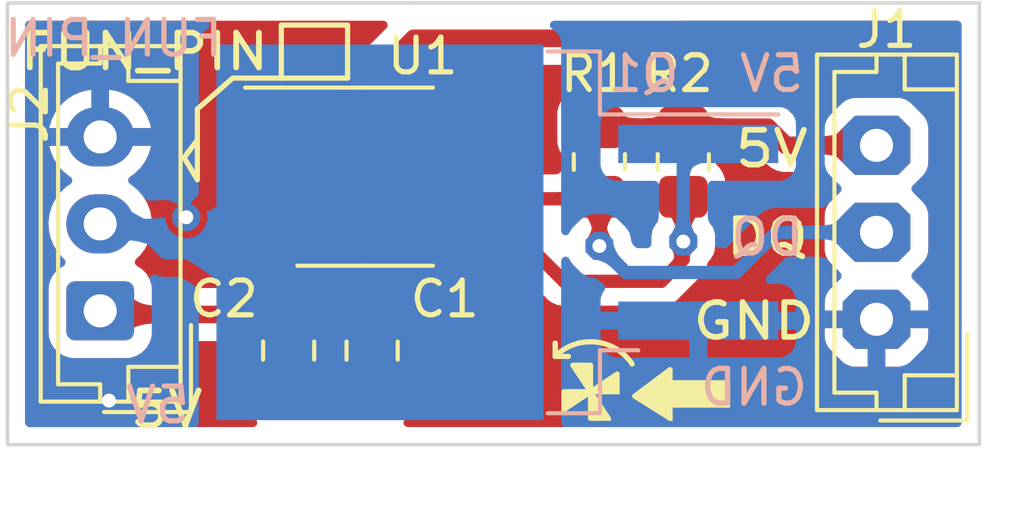
<source format=kicad_pcb>
(kicad_pcb (version 20211014) (generator pcbnew)
  (layers (0 "F.Cu" signal) (31 "B.Cu" signal) (34 "B.Paste" user) (35 "F.Paste" user) (36 "B.SilkS" user "B.Silkscreen") (37 "F.SilkS" user "F.Silkscreen") (38 "B.Mask" user) (39 "F.Mask" user) (44 "Edge.Cuts" user))
  (net 0 "")
  (net 1 "+5V")
  (net 2 "GND")
  (net 3 "WIRE_PIN")
  (net 6 "UART_TxD")
  (net 7 "UART_RxD")
  (net 8 "Net-(Q1-Pad2)")
  (net 9 "FAN_PIN")
  (footprint "Resistor_SMD:R_0805_2012Metric_Pad1.20x1.40mm_HandSolder" (layer "F.Cu") (at 149.733 85.979 90)
    (fp_text reference "R1" (at 2.54 -0.127) (layer "F.SilkS"))
    (fp_text value "4.7K")
    (pad "1" smd roundrect (at -1 0 90) (size 1.2 1.4) (layers "F.Cu" "F.Paste" "F.Mask") (roundrect_rratio 0.208333) (net 3 "WIRE_PIN"))
    (pad "2" smd roundrect (at 1 0 90) (size 1.2 1.4) (layers "F.Cu" "F.Paste" "F.Mask") (roundrect_rratio 0.208333) (net 1 "+5V"))
  )
  (footprint "Capacitor_SMD:C_0805_2012Metric_Pad1.18x1.45mm_HandSolder" (layer "F.Cu") (at 140.8 91.4 -90)
    (fp_text reference "C2" (at -1.484 1.862) (layer "F.SilkS"))
    (fp_text value "104")
    (pad "1" smd roundrect (at -1.0375 0 270) (size 1.175 1.45) (layers "F.Cu" "F.Paste" "F.Mask") (roundrect_rratio 0.212766) (net 1 "+5V"))
    (pad "2" smd roundrect (at 1.0375 0 270) (size 1.175 1.45) (layers "F.Cu" "F.Paste" "F.Mask") (roundrect_rratio 0.212766) (net 2 "GND"))
  )
  (footprint "Connector_JST:JST_EH_B3B-EH-A_1x03_P2.50mm_Vertical" (layer "F.Cu") (at 157.7 90.5 90)
    (fp_text reference "J1" (at 8.331 0.288 180) (layer "F.SilkS"))
    (fp_text value "Conn_01x03")
    (pad "1" thru_hole custom (at 0 0 90) (size 0.950002 0.950002) (drill 0.95) (layers *.Cu *.Mask) (net 2 "GND") (options (clearance convexhull) (anchor rect)) (primitives (gr_poly (pts (xy 0.8 0.602208) (xy 0.477208 0.925) (xy -0.477208 0.925) (xy -0.8 0.602208) (xy -0.8 -0.602208) (xy -0.477208 -0.925) (xy 0.477208 -0.925) (xy 0.8 -0.602208)) (width 0.1) (fill yes))))
    (pad "2" thru_hole custom (at 2.5 0 90) (size 0.950002 0.950002) (drill 0.95) (layers *.Cu *.Mask) (net 3 "WIRE_PIN") (options (clearance convexhull) (anchor rect)) (primitives (gr_poly (pts (xy 0.8 0.602208) (xy 0.477208 0.925) (xy -0.477208 0.925) (xy -0.8 0.602208) (xy -0.8 -0.602208) (xy -0.477208 -0.925) (xy 0.477208 -0.925) (xy 0.8 -0.602208)) (width 0.1) (fill yes))))
    (pad "3" thru_hole custom (at 5 0 90) (size 0.950002 0.950002) (drill 0.95) (layers *.Cu *.Mask) (net 1 "+5V") (options (clearance convexhull) (anchor rect)) (primitives (gr_poly (pts (xy 0.8 0.602208) (xy 0.477208 0.925) (xy -0.477208 0.925) (xy -0.8 0.602208) (xy -0.8 -0.602208) (xy -0.477208 -0.925) (xy 0.477208 -0.925) (xy 0.8 -0.602208)) (width 0.1) (fill yes))))
  )
  (footprint "Capacitor_SMD:C_0805_2012Metric_Pad1.18x1.45mm_HandSolder" (layer "F.Cu") (at 143.2 91.4 -90)
    (fp_text reference "C1" (at -1.484 -2.088 180) (layer "F.SilkS"))
    (fp_text value "104")
    (pad "1" smd roundrect (at -1.0375 0 270) (size 1.175 1.45) (layers "F.Cu" "F.Paste" "F.Mask") (roundrect_rratio 0.212766) (net 1 "+5V"))
    (pad "2" smd roundrect (at 1.0375 0 270) (size 1.175 1.45) (layers "F.Cu" "F.Paste" "F.Mask") (roundrect_rratio 0.212766) (net 2 "GND"))
  )
  (footprint "Resistor_SMD:R_0805_2012Metric_Pad1.20x1.40mm_HandSolder" (layer "F.Cu") (at 152.146 85.979 -90)
    (fp_text reference "R2" (at -2.54 0.127) (layer "F.SilkS"))
    (fp_text value "10K")
    (pad "1" smd roundrect (at -1 0 270) (size 1.2 1.4) (layers "F.Cu" "F.Paste" "F.Mask") (roundrect_rratio 0.208333) (net 1 "+5V"))
    (pad "2" smd roundrect (at 1 0 270) (size 1.2 1.4) (layers "F.Cu" "F.Paste" "F.Mask") (roundrect_rratio 0.208333) (net 9 "FAN_PIN"))
  )
  (footprint "Connector_JST:JST_EH_B3B-EH-A_1x03_P2.50mm_Vertical" (layer "F.Cu") (at 135.382 90.257 90)
    (fp_text reference "J2" (at 5.675 -2.032 270) (layer "F.SilkS"))
    (fp_text value "Conn_01x03")
    (pad "1" thru_hole roundrect (at 0 0 90) (size 1.7 1.95) (drill 0.95) (layers *.Cu *.Mask) (roundrect_rratio 0.147059) (net 1 "+5V"))
    (pad "2" thru_hole oval (at 2.5 0 90) (size 1.7 1.95) (drill 0.95) (layers *.Cu *.Mask) (net 8 "Net-(Q1-Pad2)"))
    (pad "3" thru_hole oval (at 5 0 90) (size 1.7 1.95) (drill 0.95) (layers *.Cu *.Mask) (net 2 "GND"))
  )
  (footprint "Package_SO:SOP-8_3.9x4.9mm_P1.27mm" (layer "F.Cu") (at 143 86.4)
    (fp_text reference "U1" (at 1.653 -3.469) (layer "F.SilkS"))
    (fp_text value "STC8G1K08A")
    (pad "1" smd roundrect (at -2.625 -1.905) (size 1.65 0.6) (layers "F.Cu" "F.Paste" "F.Mask"))
    (pad "2" smd roundrect (at -2.625 -0.635) (size 1.65 0.6) (layers "F.Cu" "F.Paste" "F.Mask") (net 1 "+5V"))
    (pad "3" smd roundrect (at -2.625 0.635) (size 1.65 0.6) (layers "F.Cu" "F.Paste" "F.Mask"))
    (pad "4" smd roundrect (at -2.625 1.905) (size 1.65 0.6) (layers "F.Cu" "F.Paste" "F.Mask") (net 2 "GND"))
    (pad "5" smd roundrect (at 2.625 1.905) (size 1.65 0.6) (layers "F.Cu" "F.Paste" "F.Mask") (net 9 "FAN_PIN"))
    (pad "6" smd roundrect (at 2.625 0.635) (size 1.65 0.6) (layers "F.Cu" "F.Paste" "F.Mask") (net 3 "WIRE_PIN"))
    (pad "7" smd roundrect (at 2.625 -0.635) (size 1.65 0.6) (layers "F.Cu" "F.Paste" "F.Mask") (net 6 "UART_TxD"))
    (pad "8" smd roundrect (at 2.625 -1.905) (size 1.65 0.6) (layers "F.Cu" "F.Paste" "F.Mask") (net 7 "UART_RxD"))
  )
  (footprint "Package_TO_SOT_SMD:TO-263-2" (layer "B.Cu") (at 146.8 88 180)
    (fp_text reference "Q1" (at -4.203 4.561) (layer "B.SilkS") (effects (justify mirror)))
    (fp_text value "IRF540N")
    (pad "1" smd rect (at -5.775 2.54 180) (size 4.6 1.1) (layers "B.Cu" "B.Paste" "B.Mask") (net 9 "FAN_PIN"))
    (pad "2" smd rect (at 3.375 0 180) (size 9.4 10.8) (layers "B.Cu" "B.Mask") (net 8 "Net-(Q1-Pad2)"))
    (pad "3" smd rect (at -5.775 -2.54 180) (size 4.6 1.1) (layers "B.Cu" "B.Paste" "B.Mask") (net 2 "GND"))
  )
  (gr_line (start 137.795 85.852) (end 138.176 85.344) (layer "F.SilkS") (width 0.15))
  (gr_rect (start 151.765 92.329) (end 153.416 92.964) (layer "F.SilkS") (width 0.15) (fill none))
  (gr_arc (start 148.463001 91.567001) (mid 149.620583 91.153153) (end 150.674523 91.785985) (layer "F.SilkS") (width 0.15))
  (gr_line (start 148.463001 91.567001) (end 148.463 91.186) (layer "F.SilkS") (width 0.15))
  (gr_poly (pts (xy 149.479 92.583) (xy 150.241 92.075) (xy 150.241 92.583)) (layer "F.SilkS") (width 0.15) (fill solid))
  (gr_line (start 138.176 86.487) (end 137.795 85.852) (layer "F.SilkS") (width 0.15))
  (gr_poly (pts (xy 149.479 92.583) (xy 148.717 93.091) (xy 148.717 92.583)) (layer "F.SilkS") (width 0.15) (fill solid))
  (gr_line (start 148.844 91.567001) (end 148.463001 91.567001) (layer "F.SilkS") (width 0.15))
  (gr_line (start 140.589 83.566) (end 140.589 82.042) (layer "F.SilkS") (width 0.15))
  (gr_line (start 140.589 83.566) (end 139.192 83.566) (layer "F.SilkS") (width 0.15))
  (gr_poly (pts (xy 149.479 92.583) (xy 148.971 91.821) (xy 149.479 91.821)) (layer "F.SilkS") (width 0.15) (fill solid))
  (gr_line (start 140.589 82.042) (end 140.716 82.042) (layer "F.SilkS") (width 0.15))
  (gr_poly (pts (xy 149.479 92.583) (xy 149.987 93.345) (xy 149.479 93.345)) (layer "F.SilkS") (width 0.15) (fill solid))
  (gr_line (start 142.494 82.042) (end 142.494 83.566) (layer "F.SilkS") (width 0.15))
  (gr_line (start 139.192 83.566) (end 138.176 84.455) (layer "F.SilkS") (width 0.15))
  (gr_line (start 138.176 84.455) (end 138.176 86.487) (layer "F.SilkS") (width 0.15))
  (gr_poly (pts (xy 151.765 93.345) (xy 150.749 92.71) (xy 151.765 91.948)) (layer "F.SilkS") (width 0.15) (fill solid))
  (gr_line (start 140.716 82.042) (end 142.494 82.042) (layer "F.SilkS") (width 0.15))
  (gr_poly (pts (xy 153.416 92.964) (xy 151.765 92.964) (xy 151.765 92.329) (xy 153.416 92.329)) (layer "F.SilkS") (width 0.15) (fill solid))
  (gr_line (start 142.494 83.566) (end 140.589 83.566) (layer "F.SilkS") (width 0.15))
  (gr_line (start 148.463 91.186) (end 148.463001 91.567001) (layer "F.SilkS") (width 0.15))
  (gr_line (start 132.715 94.107) (end 132.715 81.407) (layer "Edge.Cuts") (width 0.1))
  (gr_line (start 132.715 81.407) (end 144.399 81.407) (layer "Edge.Cuts") (width 0.1))
  (gr_line (start 160.655 94.107) (end 152.527 94.107) (layer "Edge.Cuts") (width 0.1))
  (gr_line (start 160.655 81.407) (end 160.655 94.107) (layer "Edge.Cuts") (width 0.1))
  (gr_line (start 144.399 81.407) (end 160.655 81.407) (layer "Edge.Cuts") (width 0.1))
  (gr_line (start 152.527 94.107) (end 134.747 94.107) (layer "Edge.Cuts") (width 0.1))
  (gr_line (start 134.747 94.107) (end 132.715 94.107) (layer "Edge.Cuts") (width 0.1))
  (gr_text "5V" (at 154.686 83.439) (layer "B.SilkS") (effects (font (size 1 1)) (justify mirror)))
  (gr_text "DQ" (at 154.559 88.138) (layer "B.SilkS") (effects (font (size 1 1)) (justify mirror)))
  (gr_text "GND" (at 154.178 92.456) (layer "B.SilkS") (effects (font (size 1 1)) (justify mirror)))
  (gr_text "5V" (at 137.033 92.964) (layer "B.SilkS") (effects (font (size 1 1)) (justify mirror)))
  (gr_text "FUN_PIN" (at 135.763 82.423) (layer "B.SilkS") (effects (font (size 1 1)) (justify mirror)))
  (gr_text "FUN_PIN" (at 136.652 82.804) (layer "F.SilkS") (effects (font (size 1 1.143) (thickness 0.1651))))
  (gr_text "DQ" (at 154.559 88.138) (layer "F.SilkS") (effects (font (size 1 1.143) (thickness 0.1651))))
  (gr_text "GND" (at 154.178 90.551) (layer "F.SilkS") (effects (font (size 1 1.143) (thickness 0.1651))))
  (gr_text "5V" (at 154.686 85.598) (layer "F.SilkS") (effects (font (size 1 1.143) (thickness 0.1651))))
  (gr_text "5V" (at 137.287 93.091) (layer "F.SilkS") (effects (font (size 1 1.143) (thickness 0.1651))))
  (segment (start 152.146 84.979) (end 154.575 84.979) (width 0.508) (layer "F.Cu") (net 1))
  (segment (start 140.415 85.725) (end 143.2 85.725) (width 0.508) (layer "F.Cu") (net 1))
  (segment (start 140.8 90.3625) (end 140.7625 90.4) (width 0.25) (layer "F.Cu") (net 1))
  (segment (start 140.375 85.765) (end 140.415 85.725) (width 0.508) (layer "F.Cu") (net 1))
  (segment (start 155.096 85.5) (end 157.7 85.5) (width 0.508) (layer "F.Cu") (net 1))
  (segment (start 138.7495 90.3625) (end 140.8 90.3625) (width 0.508) (layer "F.Cu") (net 1))
  (segment (start 140.8 90.3625) (end 135.3575 90.3625) (width 0.508) (layer "F.Cu") (net 1))
  (segment (start 151.13 82.423) (end 152.146 83.439) (width 0.508) (layer "F.Cu") (net 1))
  (segment (start 140.6625 90.5) (end 140.8 90.3625) (width 0.25) (layer "F.Cu") (net 1))
  (segment (start 143.2 85.725) (end 143.2 83.622) (width 0.508) (layer "F.Cu") (net 1))
  (segment (start 140.8 90.3625) (end 143.2 90.3625) (width 0.381) (layer "F.Cu") (net 1))
  (segment (start 152.146 83.439) (end 152.146 84.979) (width 0.508) (layer "F.Cu") (net 1))
  (segment (start 143.1625 90.4) (end 143.2 90.3625) (width 0.508) (layer "F.Cu") (net 1))
  (segment (start 154.575 84.979) (end 155.096 85.5) (width 0.508) (layer "F.Cu") (net 1))
  (segment (start 144.399 82.423) (end 151.13 82.423) (width 0.508) (layer "F.Cu") (net 1))
  (segment (start 135.3575 90.3625) (end 135.336 90.384) (width 0.508) (layer "F.Cu") (net 1))
  (segment (start 152.146 84.979) (end 149.733 84.979) (width 0.508) (layer "F.Cu") (net 1))
  (segment (start 140.7625 90.4) (end 143.1625 90.4) (width 0.508) (layer "F.Cu") (net 1))
  (segment (start 143.2 85.725) (end 143.2 90.3625) (width 0.508) (layer "F.Cu") (net 1))
  (segment (start 143.2 83.622) (end 144.399 82.423) (width 0.508) (layer "F.Cu") (net 1))
  (segment (start 137.8585 87.5665) (end 137.795 87.503) (width 0.508) (layer "F.Cu") (net 2))
  (segment (start 138.597 88.305) (end 137.8585 87.5665) (width 0.508) (layer "F.Cu") (net 2))
  (segment (start 136.0355 92.4375) (end 135.636 92.837) (width 0.762) (layer "F.Cu") (net 2))
  (segment (start 140.375 88.305) (end 138.597 88.305) (width 0.508) (layer "F.Cu") (net 2))
  (segment (start 143.2 92.4375) (end 136.0355 92.4375) (width 0.762) (layer "F.Cu") (net 2))
  (via (at 135.636 92.837) (size 0.8) (drill 0.4) (layers "F.Cu" "B.Cu") (net 2))
  (via (at 137.8585 87.5665) (size 0.8) (drill 0.4) (layers "F.Cu" "B.Cu") (net 2))
  (segment (start 149.677 87.035) (end 149.733 86.979) (width 0.381) (layer "F.Cu") (net 3))
  (segment (start 145.625 87.035) (end 149.677 87.035) (width 0.381) (layer "F.Cu") (net 3))
  (segment (start 149.733 86.979) (end 149.733 88.392) (width 0.381) (layer "F.Cu") (net 3))
  (via (at 149.733 88.392) (size 0.8) (drill 0.4) (layers "F.Cu" "B.Cu") (net 3))
  (segment (start 154.824 88) (end 157.7 88) (width 0.381) (layer "B.Cu") (net 3))
  (segment (start 150.495 89.154) (end 153.67 89.154) (width 0.381) (layer "B.Cu") (net 3))
  (segment (start 153.67 89.154) (end 154.824 88) (width 0.381) (layer "B.Cu") (net 3))
  (segment (start 149.733 88.392) (end 150.495 89.154) (width 0.381) (layer "B.Cu") (net 3))
  (segment (start 137.287 88.519) (end 142.906 88.519) (width 0.508) (layer "B.Cu") (net 8))
  (segment (start 142.906 88.519) (end 143.425 88) (width 0.508) (layer "B.Cu") (net 8))
  (segment (start 136.652 87.884) (end 137.287 88.519) (width 0.508) (layer "B.Cu") (net 8))
  (segment (start 135.336 87.884) (end 136.652 87.884) (width 0.508) (layer "B.Cu") (net 8))
  (segment (start 145.625 88.305) (end 147.614 88.305) (width 0.381) (layer "F.Cu") (net 9))
  (segment (start 152.146 88.773) (end 152.146 88.265) (width 0.381) (layer "F.Cu") (net 9))
  (segment (start 147.614 88.305) (end 148.717 89.408) (width 0.381) (layer "F.Cu") (net 9))
  (segment (start 151.511 89.408) (end 152.146 88.773) (width 0.381) (layer "F.Cu") (net 9))
  (segment (start 152.146 88.265) (end 152.146 86.979) (width 0.381) (layer "F.Cu") (net 9))
  (segment (start 148.717 89.408) (end 151.511 89.408) (width 0.381) (layer "F.Cu") (net 9))
  (via (at 152.146 88.265) (size 0.8) (drill 0.4) (layers "F.Cu" "B.Cu") (net 9))
  (segment (start 152.146 88.265) (end 152.146 85.889) (width 0.381) (layer "B.Cu") (net 9))
  (segment (start 152.146 85.889) (end 152.575 85.46) (width 0.381) (layer "B.Cu") (net 9))
  (zone (net 1) (net_name "+5V") (layer "F.Cu") (priority 16962) (connect_pads yes (clearance 0)) (min_thickness 0.0254) (fill yes (thermal_gap 0.508) (thermal_bridge_width 0.508))
    (polygon (pts (xy 141.93 90.146) (xy 141.807222 90.142693) (xy 141.702832 90.132941) (xy 141.613181 90.11699) (xy 141.534622 90.09509) (xy 141.463508 90.067489) (xy 141.396191 90.034435) (xy 141.329023 89.996178) (xy 141.258356 89.952965) (xy 141.180544 89.905046) (xy 141.091938 89.852669) (xy 140.50695 90.342244) (xy 141.019013 90.90765) (xy 141.119586 90.865261) (xy 141.20716 90.825509) (xy 141.285821 90.788823) (xy 141.359653 90.755633) (xy 141.432741 90.72637) (xy 141.509171 90.701463) (xy 141.593026 90.681343) (xy 141.688393 90.666439) (xy 141.799356 90.657181) (xy 141.93 90.654)))
  )
  (zone (net 9) (net_name "FAN_PIN") (layer "F.Cu") (priority 16962) (connect_pads yes (clearance 0)) (min_thickness 0.0254) (fill yes (thermal_gap 0.508) (thermal_bridge_width 0.508))
    (polygon (pts (xy 146.215 88.1145) (xy 146.149625 88.114265) (xy 146.092373 88.113311) (xy 146.041817 88.111266) (xy 145.996533 88.107755) (xy 145.955096 88.102405) (xy 145.916083 88.094842) (xy 145.878068 88.084694) (xy 145.839626 88.071586) (xy 145.799334 88.055146) (xy 145.755766 88.035) (xy 145.475 88.305) (xy 145.755766 88.575) (xy 145.799334 88.554853) (xy 145.839626 88.538413) (xy 145.878068 88.525305) (xy 145.916083 88.515157) (xy 145.955096 88.507594) (xy 145.996533 88.502244) (xy 146.041817 88.498733) (xy 146.092373 88.496688) (xy 146.149625 88.495734) (xy 146.215 88.4955)))
  )
  (zone (net 1) (net_name "+5V") (layer "F.Cu") (priority 16962) (connect_pads yes (clearance 0)) (min_thickness 0.0254) (fill yes (thermal_gap 0.508) (thermal_bridge_width 0.508))
    (polygon (pts (xy 141.9675 90.172) (xy 141.833926 90.167403) (xy 141.72184 90.154152) (xy 141.626719 90.133056) (xy 141.544042 90.104926) (xy 141.469287 90.07057) (xy 141.397932 90.030799) (xy 141.325456 89.986422) (xy 141.247337 89.938248) (xy 141.159054 89.887087) (xy 141.056085 89.83375) (xy 140.50625 90.3625) (xy 141.056085 90.89125) (xy 141.159054 90.837912) (xy 141.247337 90.786751) (xy 141.325456 90.738577) (xy 141.397932 90.6942) (xy 141.469287 90.654429) (xy 141.544042 90.620073) (xy 141.626719 90.591943) (xy 141.72184 90.570847) (xy 141.833926 90.557596) (xy 141.9675 90.553)))
  )
  (zone (net 2) (net_name "GND") (layer "F.Cu") (name "$oktizer$") (priority 16962) (connect_pads yes (clearance 0)) (min_thickness 0.1) (fill yes (thermal_gap 0.508) (thermal_bridge_width 0.508) (island_removal_mode 1) (island_area_min 0))
    (polygon (pts (xy 138.2585 87.9665) (xy 137.692814 87.9665) (xy 137.4585 87.732186) (xy 137.4585 87.400814) (xy 137.692814 87.1665) (xy 138.024186 87.1665) (xy 138.2585 87.400814)))
  )
  (zone (net 3) (net_name "WIRE_PIN") (layer "F.Cu") (priority 16962) (connect_pads yes (clearance 0)) (min_thickness 0.0254) (fill yes (thermal_gap 0.508) (thermal_bridge_width 0.508))
    (polygon (pts (xy 149.5425 87.602) (xy 149.540794 87.690545) (xy 149.535681 87.76631) (xy 149.527168 87.83184) (xy 149.515263 87.889678) (xy 149.499973 87.942369) (xy 149.481305 87.992456) (xy 149.459267 88.042483) (xy 149.433865 88.094994) (xy 149.405107 88.152533) (xy 149.373 88.217645) (xy 149.733 88.592) (xy 150.093 88.217645) (xy 150.060892 88.152533) (xy 150.032134 88.094994) (xy 150.006732 88.042483) (xy 149.984694 87.992456) (xy 149.966026 87.942369) (xy 149.950736 87.889678) (xy 149.938831 87.83184) (xy 149.930318 87.76631) (xy 149.925205 87.690545) (xy 149.9235 87.602)))
  )
  (zone (net 1) (net_name "+5V") (layer "F.Cu") (priority 16962) (connect_pads yes (clearance 0)) (min_thickness 0.0254) (fill yes (thermal_gap 0.508) (thermal_bridge_width 0.508))
    (polygon (pts (xy 150.956 85.233) (xy 151.090279 85.236282) (xy 151.2044 85.245942) (xy 151.302469 85.261697) (xy 151.388593 85.283266) (xy 151.466878 85.310367) (xy 151.541432 85.342719) (xy 151.616361 85.38004) (xy 151.695772 85.422048) (xy 151.783772 85.468462) (xy 151.884467 85.519) (xy 152.446 84.979) (xy 151.884467 84.439) (xy 151.783772 84.489537) (xy 151.695772 84.535951) (xy 151.616361 84.577959) (xy 151.541432 84.61528) (xy 151.466878 84.647632) (xy 151.388593 84.674733) (xy 151.302469 84.696302) (xy 151.2044 84.712057) (xy 151.090279 84.721717) (xy 150.956 84.725)))
  )
  (zone (net 3) (net_name "WIRE_PIN") (layer "F.Cu") (priority 16962) (connect_pads yes (clearance 0)) (min_thickness 0.0254) (fill yes (thermal_gap 0.508) (thermal_bridge_width 0.508))
    (polygon (pts (xy 149.9235 88.169) (xy 149.928303 88.032754) (xy 149.942132 87.91854) (xy 149.964114 87.821712) (xy 149.993377 87.737626) (xy 150.029049 87.661636) (xy 150.070256 87.589096) (xy 150.116127 87.515361) (xy 150.16579 87.435785) (xy 150.218371 87.345724) (xy 150.273 87.240533) (xy 149.733 86.679) (xy 149.193 87.240533) (xy 149.247628 87.345724) (xy 149.300209 87.435785) (xy 149.349872 87.515361) (xy 149.395743 87.589096) (xy 149.43695 87.661636) (xy 149.472622 87.737626) (xy 149.501885 87.821712) (xy 149.523867 87.91854) (xy 149.537696 88.032754) (xy 149.5425 88.169)))
  )
  (zone (net 2) (net_name "GND") (layers F&B.Cu) (connect_pads (clearance 0.508)) (min_thickness 0.254) (fill yes (thermal_gap 0.508) (thermal_bridge_width 0.508))
    (polygon (pts (xy 160.274 88.9) (xy 160.401 93.726) (xy 132.969 93.726) (xy 132.969 81.661) (xy 160.274 81.661)))
  )
  (zone (net 1) (net_name "+5V") (layer "F.Cu") (priority 16962) (connect_pads yes (clearance 0)) (min_thickness 0.0254) (fill yes (thermal_gap 0.508) (thermal_bridge_width 0.508))
    (polygon (pts (xy 142.025 90.654) (xy 142.161331 90.656928) (xy 142.277332 90.665533) (xy 142.377207 90.679546) (xy 142.465163 90.698698) (xy 142.545406 90.722722) (xy 142.622141 90.751347) (xy 142.699573 90.784304) (xy 142.78191 90.821326) (xy 142.873355 90.862144) (xy 142.978117 90.906488) (xy 143.493153 90.343789) (xy 142.910754 89.851137) (xy 142.817221 89.905398) (xy 142.734917 89.954503) (xy 142.660044 89.998319) (xy 142.588804 90.036716) (xy 142.5174 90.069565) (xy 142.442034 90.096733) (xy 142.358909 90.118091) (xy 142.264226 90.133509) (xy 142.154189 90.142855) (xy 142.025 90.146)))
  )
  (zone (net 1) (net_name "+5V") (layer "F.Cu") (priority 16962) (connect_pads yes (clearance 0)) (min_thickness 0.0254) (fill yes (thermal_gap 0.508) (thermal_bridge_width 0.508))
    (polygon (pts (xy 153.336 84.725) (xy 153.20172 84.721717) (xy 153.087599 84.712057) (xy 152.98953 84.696302) (xy 152.903406 84.674733) (xy 152.825121 84.647632) (xy 152.750567 84.61528) (xy 152.675638 84.577959) (xy 152.596227 84.535951) (xy 152.508227 84.489537) (xy 152.407533 84.439) (xy 151.846 84.979) (xy 152.407533 85.519) (xy 152.508227 85.468462) (xy 152.596227 85.422048) (xy 152.675638 85.38004) (xy 152.750567 85.342719) (xy 152.825121 85.310367) (xy 152.903406 85.283266) (xy 152.98953 85.261697) (xy 153.087599 85.245942) (xy 153.20172 85.236282) (xy 153.336 85.233)))
  )
  (zone (net 2) (net_name "GND") (layer "F.Cu") (priority 16962) (connect_pads yes (clearance 0)) (min_thickness 0.0254) (fill yes (thermal_gap 0.508) (thermal_bridge_width 0.508))
    (polygon (pts (xy 138.596718 87.945508) (xy 138.534966 87.883333) (xy 138.481571 87.828191) (xy 138.435541 87.778373) (xy 138.395886 87.73217) (xy 138.361615 87.687875) (xy 138.331738 87.643779) (xy 138.305262 87.598175) (xy 138.281199 87.549354) (xy 138.258557 87.495608) (xy 138.236346 87.43523) (xy 137.717079 87.425079) (xy 137.72723 87.944346) (xy 137.787608 87.966557) (xy 137.841354 87.989199) (xy 137.890175 88.013262) (xy 137.935779 88.039738) (xy 137.979875 88.069615) (xy 138.02417 88.103886) (xy 138.070373 88.143541) (xy 138.120191 88.189571) (xy 138.175333 88.242966) (xy 138.237508 88.304718)))
  )
  (zone (net 1) (net_name "+5V") (layer "F.Cu") (priority 16962) (connect_pads yes (clearance 0)) (min_thickness 0.0254) (fill yes (thermal_gap 0.508) (thermal_bridge_width 0.508))
    (polygon (pts (xy 151.892 83.789) (xy 151.888717 83.923279) (xy 151.879057 84.0374) (xy 151.863302 84.135469) (xy 151.841733 84.221593) (xy 151.814632 84.299878) (xy 151.78228 84.374432) (xy 151.744959 84.449361) (xy 151.702951 84.528772) (xy 151.656537 84.616772) (xy 151.606 84.717467) (xy 152.146 85.279) (xy 152.686 84.717467) (xy 152.635462 84.616772) (xy 152.589048 84.528772) (xy 152.54704 84.449361) (xy 152.509719 84.374432) (xy 152.477367 84.299878) (xy 152.450266 84.221593) (xy 152.428697 84.135469) (xy 152.412942 84.0374) (xy 152.403282 83.923279) (xy 152.4 83.789)))
  )
  (zone (net 1) (net_name "+5V") (layer "F.Cu") (priority 16962) (connect_pads yes (clearance 0)) (min_thickness 0.0254) (fill yes (thermal_gap 0.508) (thermal_bridge_width 0.508))
    (polygon (pts (xy 151.892 83.789) (xy 151.888717 83.923279) (xy 151.879057 84.0374) (xy 151.863302 84.135469) (xy 151.841733 84.221593) (xy 151.814632 84.299878) (xy 151.78228 84.374432) (xy 151.744959 84.449361) (xy 151.702951 84.528772) (xy 151.656537 84.616772) (xy 151.606 84.717467) (xy 152.146 85.279) (xy 152.686 84.717467) (xy 152.635462 84.616772) (xy 152.589048 84.528772) (xy 152.54704 84.449361) (xy 152.509719 84.374432) (xy 152.477367 84.299878) (xy 152.450266 84.221593) (xy 152.428697 84.135469) (xy 152.412942 84.0374) (xy 152.403282 83.923279) (xy 152.4 83.789)))
  )
  (zone (net 9) (net_name "FAN_PIN") (layer "F.Cu") (priority 16962) (connect_pads yes (clearance 0)) (min_thickness 0.0254) (fill yes (thermal_gap 0.508) (thermal_bridge_width 0.508))
    (polygon (pts (xy 152.3365 88.169) (xy 152.341303 88.032754) (xy 152.355132 87.91854) (xy 152.377114 87.821712) (xy 152.406377 87.737626) (xy 152.442049 87.661636) (xy 152.483256 87.589096) (xy 152.529127 87.515361) (xy 152.57879 87.435785) (xy 152.631371 87.345724) (xy 152.686 87.240533) (xy 152.146 86.679) (xy 151.606 87.240533) (xy 151.660628 87.345724) (xy 151.713209 87.435785) (xy 151.762872 87.515361) (xy 151.808743 87.589096) (xy 151.84995 87.661636) (xy 151.885622 87.737626) (xy 151.914885 87.821712) (xy 151.936867 87.91854) (xy 151.950696 88.032754) (xy 151.9555 88.169)))
  )
  (zone (net 1) (net_name "+5V") (layer "F.Cu") (priority 16962) (connect_pads yes (clearance 0)) (min_thickness 0.0254) (fill yes (thermal_gap 0.508) (thermal_bridge_width 0.508))
    (polygon (pts (xy 142.946 89.195) (xy 142.942921 89.32665) (xy 142.933834 89.438678) (xy 142.918957 89.535066) (xy 142.898512 89.619797) (xy 142.872719 89.696854) (xy 142.841799 89.770219) (xy 142.805971 89.843875) (xy 142.765457 89.921804) (xy 142.720476 90.00799) (xy 142.67125 90.106415) (xy 143.2 90.65625) (xy 143.72875 90.106415) (xy 143.679523 90.00799) (xy 143.634542 89.921804) (xy 143.594028 89.843875) (xy 143.5582 89.770219) (xy 143.52728 89.696854) (xy 143.501487 89.619797) (xy 143.481042 89.535066) (xy 143.466165 89.438678) (xy 143.457078 89.32665) (xy 143.454 89.195)))
  )
  (zone (net 3) (net_name "WIRE_PIN") (layer "F.Cu") (priority 16962) (connect_pads yes (clearance 0)) (min_thickness 0.0254) (fill yes (thermal_gap 0.508) (thermal_bridge_width 0.508))
    (polygon (pts (xy 148.527 87.2255) (xy 148.670451 87.230102) (xy 148.790911 87.243266) (xy 148.893342 87.264024) (xy 148.982703 87.29141) (xy 149.063958 87.324457) (xy 149.142066 87.362199) (xy 149.221989 87.403668) (xy 149.308689 87.447898) (xy 149.407127 87.493922) (xy 149.522265 87.540774) (xy 150.031727 86.951395) (xy 149.422887 86.465357) (xy 149.324575 86.528112) (xy 149.23994 86.587181) (xy 149.16458 86.641875) (xy 149.094092 86.691507) (xy 149.024075 86.73539) (xy 148.950127 86.772836) (xy 148.867848 86.803158) (xy 148.772834 86.825667) (xy 148.660686 86.839677) (xy 148.527 86.8445)))
  )
  (zone (net 1) (net_name "+5V") (layer "F.Cu") (priority 16962) (connect_pads yes (clearance 0)) (min_thickness 0.0254) (fill yes (thermal_gap 0.508) (thermal_bridge_width 0.508))
    (polygon (pts (xy 156.01 85.754) (xy 156.204126 85.761169) (xy 156.366495 85.78176) (xy 156.503833 85.814403) (xy 156.62287 85.857722) (xy 156.730332 85.910347) (xy 156.832947 85.970904) (xy 156.937443 86.03802) (xy 157.050547 86.110323) (xy 157.178988 86.186441) (xy 157.329494 86.265) (xy 158.125 85.5) (xy 157.329494 84.735) (xy 157.178988 84.813558) (xy 157.050547 84.889676) (xy 156.937443 84.961979) (xy 156.832947 85.029095) (xy 156.730332 85.089652) (xy 156.62287 85.142277) (xy 156.503833 85.185596) (xy 156.366495 85.218239) (xy 156.204126 85.23883) (xy 156.01 85.246)))
  )
  (zone (net 1) (net_name "+5V") (layer "F.Cu") (priority 16962) (connect_pads yes (clearance 0)) (min_thickness 0.0254) (fill yes (thermal_gap 0.508) (thermal_bridge_width 0.508))
    (polygon (pts (xy 141.9675 90.172) (xy 141.833926 90.167403) (xy 141.72184 90.154152) (xy 141.626719 90.133056) (xy 141.544042 90.104926) (xy 141.469287 90.07057) (xy 141.397932 90.030799) (xy 141.325456 89.986422) (xy 141.247337 89.938248) (xy 141.159054 89.887087) (xy 141.056085 89.83375) (xy 140.50625 90.3625) (xy 141.056085 90.89125) (xy 141.159054 90.837912) (xy 141.247337 90.786751) (xy 141.325456 90.738577) (xy 141.397932 90.6942) (xy 141.469287 90.654429) (xy 141.544042 90.620073) (xy 141.626719 90.591943) (xy 141.72184 90.570847) (xy 141.833926 90.557596) (xy 141.9675 90.553)))
  )
  (zone (net 9) (net_name "FAN_PIN") (layer "F.Cu") (name "$oktizer$") (priority 16962) (connect_pads yes (clearance 0)) (min_thickness 0.1) (fill yes (thermal_gap 0.508) (thermal_bridge_width 0.508) (island_removal_mode 1) (island_area_min 0))
    (polygon (pts (xy 152.546 88.430686) (xy 152.146 88.830686) (xy 151.746 88.430686) (xy 151.746 88.099314) (xy 152.146 87.699314) (xy 152.546 88.099314)))
  )
  (zone (net 1) (net_name "+5V") (layer "F.Cu") (priority 16962) (connect_pads yes (clearance 0)) (min_thickness 0.0254) (fill yes (thermal_gap 0.508) (thermal_bridge_width 0.508))
    (polygon (pts (xy 137.0475 90.1085) (xy 136.865715 90.101148) (xy 136.713888 90.07986) (xy 136.585933 90.045785) (xy 136.475766 90.000075) (xy 136.377303 89.943878) (xy 136.284459 89.878346) (xy 136.19115 89.804627) (xy 136.091293 89.723873) (xy 135.978801 89.637234) (xy 135.847593 89.545859) (xy 134.960513 90.202473) (xy 135.651295 91.063213) (xy 135.81544 91.002324) (xy 135.955021 90.940301) (xy 136.077206 90.87892) (xy 136.189162 90.819959) (xy 136.298057 90.765194) (xy 136.41106 90.716402) (xy 136.535337 90.67536) (xy 136.678058 90.643844) (xy 136.846389 90.623632) (xy 137.0475 90.6165)))
  )
  (zone (net 3) (net_name "WIRE_PIN") (layer "F.Cu") (priority 16962) (connect_pads yes (clearance 0)) (min_thickness 0.0254) (fill yes (thermal_gap 0.508) (thermal_bridge_width 0.508))
    (polygon (pts (xy 149.9235 88.169) (xy 149.928303 88.032754) (xy 149.942132 87.91854) (xy 149.964114 87.821712) (xy 149.993377 87.737626) (xy 150.029049 87.661636) (xy 150.070256 87.589096) (xy 150.116127 87.515361) (xy 150.16579 87.435785) (xy 150.218371 87.345724) (xy 150.273 87.240533) (xy 149.733 86.679) (xy 149.193 87.240533) (xy 149.247628 87.345724) (xy 149.300209 87.435785) (xy 149.349872 87.515361) (xy 149.395743 87.589096) (xy 149.43695 87.661636) (xy 149.472622 87.737626) (xy 149.501885 87.821712) (xy 149.523867 87.91854) (xy 149.537696 88.032754) (xy 149.5425 88.169)))
  )
  (zone (net 1) (net_name "+5V") (layer "F.Cu") (priority 16962) (connect_pads yes (clearance 0)) (min_thickness 0.0254) (fill yes (thermal_gap 0.508) (thermal_bridge_width 0.508))
    (polygon (pts (xy 156.754999 85.754) (xy 156.860536 85.755355) (xy 156.951586 85.759592) (xy 157.030935 85.766961) (xy 157.101372 85.777716) (xy 157.165684 85.792109) (xy 157.22666 85.810394) (xy 157.287086 85.832822) (xy 157.349752 85.859648) (xy 157.417444 85.891123) (xy 157.492952 85.9275) (xy 157.9375 85.5) (xy 157.492952 85.0725) (xy 157.417444 85.108876) (xy 157.349752 85.140351) (xy 157.287086 85.167177) (xy 157.22666 85.189605) (xy 157.165684 85.20789) (xy 157.101372 85.222283) (xy 157.030935 85.233038) (xy 156.951586 85.240407) (xy 156.860536 85.244644) (xy 156.754999 85.246)))
  )
  (zone (net 1) (net_name "+5V") (layer "F.Cu") (priority 16962) (connect_pads yes (clearance 0)) (min_thickness 0.0254) (fill yes (thermal_gap 0.508) (thermal_bridge_width 0.508))
    (polygon (pts (xy 150.923 84.725) (xy 150.78872 84.721717) (xy 150.674599 84.712057) (xy 150.57653 84.696302) (xy 150.490406 84.674733) (xy 150.412121 84.647632) (xy 150.337567 84.61528) (xy 150.262638 84.577959) (xy 150.183227 84.535951) (xy 150.095227 84.489537) (xy 149.994533 84.439) (xy 149.433 84.979) (xy 149.994533 85.519) (xy 150.095227 85.468462) (xy 150.183227 85.422048) (xy 150.262638 85.38004) (xy 150.337567 85.342719) (xy 150.412121 85.310367) (xy 150.490406 85.283266) (xy 150.57653 85.261697) (xy 150.674599 85.245942) (xy 150.78872 85.236282) (xy 150.923 85.233)))
  )
  (zone (net 1) (net_name "+5V") (layer "F.Cu") (priority 16962) (connect_pads yes (clearance 0)) (min_thickness 0.0254) (fill yes (thermal_gap 0.508) (thermal_bridge_width 0.508))
    (polygon (pts (xy 150.956 85.233) (xy 151.090279 85.236282) (xy 151.2044 85.245942) (xy 151.302469 85.261697) (xy 151.388593 85.283266) (xy 151.466878 85.310367) (xy 151.541432 85.342719) (xy 151.616361 85.38004) (xy 151.695772 85.422048) (xy 151.783772 85.468462) (xy 151.884467 85.519) (xy 152.446 84.979) (xy 151.884467 84.439) (xy 151.783772 84.489537) (xy 151.695772 84.535951) (xy 151.616361 84.577959) (xy 151.541432 84.61528) (xy 151.466878 84.647632) (xy 151.388593 84.674733) (xy 151.302469 84.696302) (xy 151.2044 84.712057) (xy 151.090279 84.721717) (xy 150.956 84.725)))
  )
  (zone (net 1) (net_name "+5V") (layer "F.Cu") (name "$oktizer$") (priority 16962) (connect_pads yes (clearance 0)) (min_thickness 0.1) (fill yes (thermal_gap 0.508) (thermal_bridge_width 0.508) (island_removal_mode 1) (island_area_min 0))
    (polygon (pts (xy 158.322919 84.65) (xy 158.675 85.002081) (xy 158.675 85.997919) (xy 158.322919 86.35) (xy 157.077081 86.35) (xy 156.227081 85.5) (xy 157.077081 84.65)))
  )
  (zone (net 9) (net_name "FAN_PIN") (layer "F.Cu") (priority 16962) (connect_pads yes (clearance 0)) (min_thickness 0.0254) (fill yes (thermal_gap 0.508) (thermal_bridge_width 0.508))
    (polygon (pts (xy 152.3365 88.169) (xy 152.341303 88.032754) (xy 152.355132 87.91854) (xy 152.377114 87.821712) (xy 152.406377 87.737626) (xy 152.442049 87.661636) (xy 152.483256 87.589096) (xy 152.529127 87.515361) (xy 152.57879 87.435785) (xy 152.631371 87.345724) (xy 152.686 87.240533) (xy 152.146 86.679) (xy 151.606 87.240533) (xy 151.660628 87.345724) (xy 151.713209 87.435785) (xy 151.762872 87.515361) (xy 151.808743 87.589096) (xy 151.84995 87.661636) (xy 151.885622 87.737626) (xy 151.914885 87.821712) (xy 151.936867 87.91854) (xy 151.950696 88.032754) (xy 151.9555 88.169)))
  )
  (zone (net 2) (net_name "GND") (layer "F.Cu") (priority 16962) (connect_pads yes (clearance 0)) (min_thickness 0.0254) (fill yes (thermal_gap 0.508) (thermal_bridge_width 0.508))
    (polygon (pts (xy 142.0325 92.8185) (xy 142.162175 92.818749) (xy 142.276024 92.820043) (xy 142.376769 92.823201) (xy 142.467136 92.829041) (xy 142.549847 92.838382) (xy 142.627628 92.852042) (xy 142.7032 92.87084) (xy 142.77929 92.895595) (xy 142.85862 92.927125) (xy 142.943915 92.96625) (xy 143.49375 92.4375) (xy 142.943915 91.90875) (xy 142.85862 91.947874) (xy 142.77929 91.979404) (xy 142.7032 92.004159) (xy 142.627628 92.022957) (xy 142.549847 92.036617) (xy 142.467136 92.045958) (xy 142.376769 92.051798) (xy 142.276024 92.054956) (xy 142.162175 92.05625) (xy 142.0325 92.0565)))
  )
  (zone (net 2) (net_name "GND") (layer "F.Cu") (name "$oktizer$") (priority 16962) (connect_pads yes (clearance 0)) (min_thickness 0.1) (fill yes (thermal_gap 0.508) (thermal_bridge_width 0.508) (island_removal_mode 1) (island_area_min 0))
    (polygon (pts (xy 138.2585 87.9665) (xy 137.692814 87.9665) (xy 137.4585 87.732186) (xy 137.4585 87.400814) (xy 137.692814 87.1665) (xy 138.024186 87.1665) (xy 138.2585 87.400814)))
  )
  (zone (net 2) (net_name "GND") (layer "F.Cu") (name "$oktizer$") (connect_pads yes (clearance 0)) (min_thickness 0.1) (fill yes (thermal_gap 0.508) (thermal_bridge_width 0.508) (island_removal_mode 1) (island_area_min 0))
    (polygon (pts (xy 136.036 93.002686) (xy 135.801686 93.237) (xy 135.470314 93.237) (xy 135.236 93.002686) (xy 135.236 92.671314) (xy 135.470314 92.437) (xy 136.036 92.437)))
  )
  (zone (net 1) (net_name "+5V") (layer "F.Cu") (priority 16962) (connect_pads yes (clearance 0)) (min_thickness 0.0254) (fill yes (thermal_gap 0.508) (thermal_bridge_width 0.508))
    (polygon (pts (xy 142.0325 90.553) (xy 142.166073 90.557596) (xy 142.278159 90.570847) (xy 142.37328 90.591943) (xy 142.455957 90.620073) (xy 142.530712 90.654429) (xy 142.602067 90.6942) (xy 142.674543 90.738577) (xy 142.752662 90.786751) (xy 142.840945 90.837912) (xy 142.943915 90.89125) (xy 143.49375 90.3625) (xy 142.943915 89.83375) (xy 142.840945 89.887087) (xy 142.752662 89.938248) (xy 142.674543 89.986422) (xy 142.602067 90.030799) (xy 142.530712 90.07057) (xy 142.455957 90.104926) (xy 142.37328 90.133056) (xy 142.278159 90.154152) (xy 142.166073 90.167403) (xy 142.0325 90.172)))
  )
  (zone (net 3) (net_name "WIRE_PIN") (layer "F.Cu") (priority 16962) (connect_pads yes (clearance 0)) (min_thickness 0.0254) (fill yes (thermal_gap 0.508) (thermal_bridge_width 0.508))
    (polygon (pts (xy 148.527 87.2255) (xy 148.670451 87.230102) (xy 148.790911 87.243266) (xy 148.893342 87.264024) (xy 148.982703 87.29141) (xy 149.063958 87.324457) (xy 149.142066 87.362199) (xy 149.221989 87.403668) (xy 149.308689 87.447898) (xy 149.407127 87.493922) (xy 149.522265 87.540774) (xy 150.031727 86.951395) (xy 149.422887 86.465357) (xy 149.324575 86.528112) (xy 149.23994 86.587181) (xy 149.16458 86.641875) (xy 149.094092 86.691507) (xy 149.024075 86.73539) (xy 148.950127 86.772836) (xy 148.867848 86.803158) (xy 148.772834 86.825667) (xy 148.660686 86.839677) (xy 148.527 86.8445)))
  )
  (zone (net 1) (net_name "+5V") (layer "F.Cu") (priority 16962) (connect_pads yes (clearance 0)) (min_thickness 0.0254) (fill yes (thermal_gap 0.508) (thermal_bridge_width 0.508))
    (polygon (pts (xy 142.025 90.654) (xy 142.161331 90.656928) (xy 142.277332 90.665533) (xy 142.377207 90.679546) (xy 142.465163 90.698698) (xy 142.545406 90.722722) (xy 142.622141 90.751347) (xy 142.699573 90.784304) (xy 142.78191 90.821326) (xy 142.873355 90.862144) (xy 142.978117 90.906488) (xy 143.493153 90.343789) (xy 142.910754 89.851137) (xy 142.817221 89.905398) (xy 142.734917 89.954503) (xy 142.660044 89.998319) (xy 142.588804 90.036716) (xy 142.5174 90.069565) (xy 142.442034 90.096733) (xy 142.358909 90.118091) (xy 142.264226 90.133509) (xy 142.154189 90.142855) (xy 142.025 90.146)))
  )
  (zone (net 1) (net_name "+5V") (layer "F.Cu") (priority 16962) (connect_pads yes (clearance 0)) (min_thickness 0.0254) (fill yes (thermal_gap 0.508) (thermal_bridge_width 0.508))
    (polygon (pts (xy 141.93 90.146) (xy 141.807222 90.142693) (xy 141.702832 90.132941) (xy 141.613181 90.11699) (xy 141.534622 90.09509) (xy 141.463508 90.067489) (xy 141.396191 90.034435) (xy 141.329023 89.996178) (xy 141.258356 89.952965) (xy 141.180544 89.905046) (xy 141.091938 89.852669) (xy 140.50695 90.342244) (xy 141.019013 90.90765) (xy 141.119586 90.865261) (xy 141.20716 90.825509) (xy 141.285821 90.788823) (xy 141.359653 90.755633) (xy 141.432741 90.72637) (xy 141.509171 90.701463) (xy 141.593026 90.681343) (xy 141.688393 90.666439) (xy 141.799356 90.657181) (xy 141.93 90.654)))
  )
  (zone (net 9) (net_name "FAN_PIN") (layer "F.Cu") (priority 16962) (connect_pads yes (clearance 0)) (min_thickness 0.0254) (fill yes (thermal_gap 0.508) (thermal_bridge_width 0.508))
    (polygon (pts (xy 152.074229 89.114179) (xy 152.136404 89.046075) (xy 152.183477 88.982911) (xy 152.218883 88.923791) (xy 152.246062 88.867818) (xy 152.26845 88.814095) (xy 152.289485 88.761725) (xy 152.312604 88.709812) (xy 152.341245 88.657458) (xy 152.378845 88.603767) (xy 152.428842 88.547842) (xy 152.146 88.065) (xy 151.786 88.439355) (xy 151.807791 88.482738) (xy 151.829213 88.524484) (xy 151.848745 88.564968) (xy 151.864866 88.604569) (xy 151.876056 88.643665) (xy 151.880794 88.682632) (xy 151.87756 88.721849) (xy 151.864834 88.761692) (xy 151.841094 88.80254) (xy 151.804821 88.844771)))
  )
  (zone (net 9) (net_name "FAN_PIN") (layer "F.Cu") (name "$oktizer$") (priority 16962) (connect_pads yes (clearance 0)) (min_thickness 0.1) (fill yes (thermal_gap 0.508) (thermal_bridge_width 0.508) (island_removal_mode 1) (island_area_min 0))
    (polygon (pts (xy 152.546 88.430686) (xy 152.146 88.830686) (xy 151.746 88.430686) (xy 151.746 88.099314) (xy 152.146 87.699314) (xy 152.546 88.099314)))
  )
  (zone (net 9) (net_name "FAN_PIN") (layer "F.Cu") (priority 16962) (connect_pads yes (clearance 0)) (min_thickness 0.0254) (fill yes (thermal_gap 0.508) (thermal_bridge_width 0.508))
    (polygon (pts (xy 151.9555 87.475) (xy 151.953794 87.563545) (xy 151.948681 87.63931) (xy 151.940168 87.70484) (xy 151.928263 87.762678) (xy 151.912973 87.815369) (xy 151.894305 87.865456) (xy 151.872267 87.915483) (xy 151.846865 87.967994) (xy 151.818107 88.025533) (xy 151.786 88.090645) (xy 152.146 88.465) (xy 152.506 88.090645) (xy 152.473892 88.025533) (xy 152.445134 87.967994) (xy 152.419732 87.915483) (xy 152.397694 87.865456) (xy 152.379026 87.815369) (xy 152.363736 87.762678) (xy 152.351831 87.70484) (xy 152.343318 87.63931) (xy 152.338205 87.563545) (xy 152.3365 87.475)))
  )
  (zone (net 3) (net_name "WIRE_PIN") (layer "F.Cu") (name "$oktizer$") (priority 16962) (connect_pads yes (clearance 0)) (min_thickness 0.1) (fill yes (thermal_gap 0.508) (thermal_bridge_width 0.508) (island_removal_mode 1) (island_area_min 0))
    (polygon (pts (xy 150.133 88.557686) (xy 149.898686 88.792) (xy 149.567314 88.792) (xy 149.333 88.557686) (xy 149.333 88.226314) (xy 149.733 87.826314) (xy 150.133 88.226314)))
  )
  (zone (net 1) (net_name "+5V") (layer "F.Cu") (priority 16962) (connect_pads yes (clearance 0)) (min_thickness 0.0254) (fill yes (thermal_gap 0.508) (thermal_bridge_width 0.508))
    (polygon (pts (xy 142.0325 90.553) (xy 142.166073 90.557596) (xy 142.278159 90.570847) (xy 142.37328 90.591943) (xy 142.455957 90.620073) (xy 142.530712 90.654429) (xy 142.602067 90.6942) (xy 142.674543 90.738577) (xy 142.752662 90.786751) (xy 142.840945 90.837912) (xy 142.943915 90.89125) (xy 143.49375 90.3625) (xy 142.943915 89.83375) (xy 142.840945 89.887087) (xy 142.752662 89.938248) (xy 142.674543 89.986422) (xy 142.602067 90.030799) (xy 142.530712 90.07057) (xy 142.455957 90.104926) (xy 142.37328 90.133056) (xy 142.278159 90.154152) (xy 142.166073 90.167403) (xy 142.0325 90.172)))
  )
  (zone (net 3) (net_name "WIRE_PIN") (layer "F.Cu") (priority 16962) (connect_pads yes (clearance 0)) (min_thickness 0.0254) (fill yes (thermal_gap 0.508) (thermal_bridge_width 0.508))
    (polygon (pts (xy 146.215 86.8445) (xy 146.149625 86.844265) (xy 146.092373 86.843311) (xy 146.041817 86.841266) (xy 145.996533 86.837755) (xy 145.955096 86.832405) (xy 145.916083 86.824842) (xy 145.878068 86.814694) (xy 145.839626 86.801586) (xy 145.799334 86.785146) (xy 145.755766 86.765) (xy 145.475 87.035) (xy 145.755766 87.305) (xy 145.799334 87.284853) (xy 145.839626 87.268413) (xy 145.878068 87.255305) (xy 145.916083 87.245157) (xy 145.955096 87.237594) (xy 145.996533 87.232244) (xy 146.041817 87.228733) (xy 146.092373 87.226688) (xy 146.149625 87.225734) (xy 146.215 87.2255)))
  )
  (zone (net 1) (net_name "+5V") (layer "F.Cu") (priority 16962) (connect_pads yes (clearance 0)) (min_thickness 0.0254) (fill yes (thermal_gap 0.508) (thermal_bridge_width 0.508))
    (polygon (pts (xy 153.336 84.725) (xy 153.20172 84.721717) (xy 153.087599 84.712057) (xy 152.98953 84.696302) (xy 152.903406 84.674733) (xy 152.825121 84.647632) (xy 152.750567 84.61528) (xy 152.675638 84.577959) (xy 152.596227 84.535951) (xy 152.508227 84.489537) (xy 152.407533 84.439) (xy 151.846 84.979) (xy 152.407533 85.519) (xy 152.508227 85.468462) (xy 152.596227 85.422048) (xy 152.675638 85.38004) (xy 152.750567 85.342719) (xy 152.825121 85.310367) (xy 152.903406 85.283266) (xy 152.98953 85.261697) (xy 153.087599 85.245942) (xy 153.20172 85.236282) (xy 153.336 85.233)))
  )
  (zone (net 3) (net_name "WIRE_PIN") (layer "F.Cu") (name "$oktizer$") (priority 16962) (connect_pads yes (clearance 0)) (min_thickness 0.1) (fill yes (thermal_gap 0.508) (thermal_bridge_width 0.508) (island_removal_mode 1) (island_area_min 0))
    (polygon (pts (xy 150.133 88.557686) (xy 149.898686 88.792) (xy 149.567314 88.792) (xy 149.333 88.557686) (xy 149.333 88.226314) (xy 149.733 87.826314) (xy 150.133 88.226314)))
  )
  (zone (net 1) (net_name "+5V") (layer "F.Cu") (priority 16962) (connect_pads yes (clearance 0)) (min_thickness 0.0254) (fill yes (thermal_gap 0.508) (thermal_bridge_width 0.508))
    (polygon (pts (xy 150.923 84.725) (xy 150.78872 84.721717) (xy 150.674599 84.712057) (xy 150.57653 84.696302) (xy 150.490406 84.674733) (xy 150.412121 84.647632) (xy 150.337567 84.61528) (xy 150.262638 84.577959) (xy 150.183227 84.535951) (xy 150.095227 84.489537) (xy 149.994533 84.439) (xy 149.433 84.979) (xy 149.994533 85.519) (xy 150.095227 85.468462) (xy 150.183227 85.422048) (xy 150.262638 85.38004) (xy 150.337567 85.342719) (xy 150.412121 85.310367) (xy 150.490406 85.283266) (xy 150.57653 85.261697) (xy 150.674599 85.245942) (xy 150.78872 85.236282) (xy 150.923 85.233)))
  )
  (zone (net 1) (net_name "+5V") (layer "F.Cu") (priority 16962) (connect_pads yes (clearance 0)) (min_thickness 0.0254) (fill yes (thermal_gap 0.508) (thermal_bridge_width 0.508))
    (polygon (pts (xy 142.946 89.195) (xy 142.942921 89.32665) (xy 142.933834 89.438678) (xy 142.918957 89.535066) (xy 142.898512 89.619797) (xy 142.872719 89.696854) (xy 142.841799 89.770219) (xy 142.805971 89.843875) (xy 142.765457 89.921804) (xy 142.720476 90.00799) (xy 142.67125 90.106415) (xy 143.2 90.65625) (xy 143.72875 90.106415) (xy 143.679523 90.00799) (xy 143.634542 89.921804) (xy 143.594028 89.843875) (xy 143.5582 89.770219) (xy 143.52728 89.696854) (xy 143.501487 89.619797) (xy 143.481042 89.535066) (xy 143.466165 89.438678) (xy 143.457078 89.32665) (xy 143.454 89.195)))
  )
  (zone (net 2) (net_name "GND") (layer "F.Cu") (name "$oktizer$") (connect_pads yes (clearance 0)) (min_thickness 0.1) (fill yes (thermal_gap 0.508) (thermal_bridge_width 0.508) (island_removal_mode 1) (island_area_min 0))
    (polygon (pts (xy 136.036 93.002686) (xy 135.801686 93.237) (xy 135.470314 93.237) (xy 135.236 93.002686) (xy 135.236 92.671314) (xy 135.470314 92.437) (xy 136.036 92.437)))
  )
  (zone (net 2) (net_name "GND") (layer "F.Cu") (priority 16962) (connect_pads yes (clearance 0)) (min_thickness 0.0254) (fill yes (thermal_gap 0.508) (thermal_bridge_width 0.508))
    (polygon (pts (xy 139.785 88.559) (xy 139.851747 88.558507) (xy 139.914082 88.557319) (xy 139.971923 88.555872) (xy 140.025191 88.554599) (xy 140.073804 88.553937) (xy 140.117682 88.554319) (xy 140.156745 88.556182) (xy 140.190911 88.559959) (xy 140.220101 88.566087) (xy 140.244234 88.575) (xy 140.525 88.305) (xy 140.244234 88.035) (xy 140.220101 88.043912) (xy 140.190911 88.05004) (xy 140.156745 88.053817) (xy 140.117682 88.05568) (xy 140.073804 88.056062) (xy 140.025191 88.0554) (xy 139.971923 88.054127) (xy 139.914082 88.05268) (xy 139.851747 88.051492) (xy 139.785 88.051)))
  )
  (zone (net 1) (net_name "+5V") (layer "F.Cu") (priority 16962) (connect_pads yes (clearance 0)) (min_thickness 0.0254) (fill yes (thermal_gap 0.508) (thermal_bridge_width 0.508))
    (polygon (pts (xy 139.6325 90.6165) (xy 139.76415 90.619578) (xy 139.876178 90.628665) (xy 139.972566 90.643542) (xy 140.057297 90.663987) (xy 140.134354 90.68978) (xy 140.207719 90.7207) (xy 140.281375 90.756528) (xy 140.359304 90.797042) (xy 140.44549 90.842023) (xy 140.543915 90.89125) (xy 141.09375 90.3625) (xy 140.543915 89.83375) (xy 140.44549 89.882976) (xy 140.359304 89.927957) (xy 140.281375 89.968471) (xy 140.207719 90.004299) (xy 140.134354 90.035219) (xy 140.057297 90.061012) (xy 139.972566 90.081457) (xy 139.876178 90.096334) (xy 139.76415 90.105421) (xy 139.6325 90.1085)))
  )
  (zone (net 1) (net_name "+5V") (layer "F.Cu") (priority 16962) (connect_pads yes (clearance 0)) (min_thickness 0.0254) (fill yes (thermal_gap 0.508) (thermal_bridge_width 0.508))
    (polygon (pts (xy 139.6325 90.6165) (xy 139.76415 90.619578) (xy 139.876178 90.628665) (xy 139.972566 90.643542) (xy 140.057297 90.663987) (xy 140.134354 90.68978) (xy 140.207719 90.7207) (xy 140.281375 90.756528) (xy 140.359304 90.797042) (xy 140.44549 90.842023) (xy 140.543915 90.89125) (xy 141.09375 90.3625) (xy 140.543915 89.83375) (xy 140.44549 89.882976) (xy 140.359304 89.927957) (xy 140.281375 89.968471) (xy 140.207719 90.004299) (xy 140.134354 90.035219) (xy 140.057297 90.061012) (xy 139.972566 90.081457) (xy 139.876178 90.096334) (xy 139.76415 90.105421) (xy 139.6325 90.1085)))
  )
  (zone (net 1) (net_name "+5V") (layer "F.Cu") (priority 16962) (connect_pads yes (clearance 0)) (min_thickness 0.0254) (fill yes (thermal_gap 0.508) (thermal_bridge_width 0.508))
    (polygon (pts (xy 140.975 85.471) (xy 140.90159 85.471998) (xy 140.833214 85.47459) (xy 140.769884 85.478171) (xy 140.711613 85.482136) (xy 140.658414 85.485878) (xy 140.610299 85.488794) (xy 140.567281 85.490278) (xy 140.529372 85.489724) (xy 140.496586 85.486529) (xy 140.468935 85.480086) (xy 140.226316 85.784824) (xy 140.540304 86.015348) (xy 140.56197 86.004172) (xy 140.588884 85.995515) (xy 140.620894 85.989062) (xy 140.657851 85.984495) (xy 140.699602 85.981498) (xy 140.745997 85.979755) (xy 140.796885 85.97895) (xy 140.852116 85.978767) (xy 140.911537 85.978889) (xy 140.975 85.979)))
  )
  (zone (net 1) (net_name "+5V") (layer "F.Cu") (priority 16962) (connect_pads yes (clearance 0)) (min_thickness 0.0254) (fill yes (thermal_gap 0.508) (thermal_bridge_width 0.508))
    (polygon (pts (xy 139.6325 90.6165) (xy 139.76415 90.619578) (xy 139.876178 90.628665) (xy 139.972566 90.643542) (xy 140.057297 90.663987) (xy 140.134354 90.68978) (xy 140.207719 90.7207) (xy 140.281375 90.756528) (xy 140.359304 90.797042) (xy 140.44549 90.842023) (xy 140.543915 90.89125) (xy 141.09375 90.3625) (xy 140.543915 89.83375) (xy 140.44549 89.882976) (xy 140.359304 89.927957) (xy 140.281375 89.968471) (xy 140.207719 90.004299) (xy 140.134354 90.035219) (xy 140.057297 90.061012) (xy 139.972566 90.081457) (xy 139.876178 90.096334) (xy 139.76415 90.105421) (xy 139.6325 90.1085)))
  )
  (zone (net 3) (net_name "WIRE_PIN") (layer "B.Cu") (name "$oktizer$") (priority 16962) (connect_pads yes (clearance 0)) (min_thickness 0.1) (fill yes (thermal_gap 0.508) (thermal_bridge_width 0.508) (island_removal_mode 1) (island_area_min 0))
    (polygon (pts (xy 150.133 88.792) (xy 149.567314 88.792) (xy 149.333 88.557686) (xy 149.333 88.226314) (xy 149.567314 87.992) (xy 149.898686 87.992) (xy 150.133 88.226314)))
  )
  (zone (net 3) (net_name "WIRE_PIN") (layer "B.Cu") (priority 16962) (connect_pads yes (clearance 0)) (min_thickness 0.0254) (fill yes (thermal_gap 0.508) (thermal_bridge_width 0.508))
    (polygon (pts (xy 156.01 88.1905) (xy 156.206569 88.199208) (xy 156.369383 88.224018) (xy 156.505717 88.262952) (xy 156.622842 88.314034) (xy 156.728031 88.375289) (xy 156.828557 88.444741) (xy 156.931694 88.520414) (xy 157.044713 88.600332) (xy 157.174889 88.682519) (xy 157.329494 88.765) (xy 158.125 88) (xy 157.329494 87.235) (xy 157.174889 87.31748) (xy 157.044713 87.399667) (xy 156.931694 87.479585) (xy 156.828557 87.555258) (xy 156.728031 87.62471) (xy 156.622842 87.685965) (xy 156.505717 87.737047) (xy 156.369383 87.775981) (xy 156.206569 87.800791) (xy 156.01 87.8095)))
  )
  (zone (net 9) (net_name "FAN_PIN") (layer "B.Cu") (priority 16962) (connect_pads yes (clearance 0)) (min_thickness 0.0254) (fill yes (thermal_gap 0.508) (thermal_bridge_width 0.508))
    (polygon (pts (xy 151.9555 87.475) (xy 151.953794 87.563545) (xy 151.948681 87.63931) (xy 151.940168 87.70484) (xy 151.928263 87.762678) (xy 151.912973 87.815369) (xy 151.894305 87.865456) (xy 151.872267 87.915483) (xy 151.846865 87.967994) (xy 151.818107 88.025533) (xy 151.786 88.090645) (xy 152.146 88.465) (xy 152.506 88.090645) (xy 152.473892 88.025533) (xy 152.445134 87.967994) (xy 152.419732 87.915483) (xy 152.397694 87.865456) (xy 152.379026 87.815369) (xy 152.363736 87.762678) (xy 152.351831 87.70484) (xy 152.343318 87.63931) (xy 152.338205 87.563545) (xy 152.3365 87.475)))
  )
  (zone (net 9) (net_name "FAN_PIN") (layer "B.Cu") (priority 16962) (connect_pads yes (clearance 0)) (min_thickness 0.0254) (fill yes (thermal_gap 0.508) (thermal_bridge_width 0.508))
    (polygon (pts (xy 152.3365 86.382302) (xy 152.341954 86.302591) (xy 152.357755 86.236581) (xy 152.38306 86.18242) (xy 152.417025 86.138256) (xy 152.458809 86.102239) (xy 152.507568 86.072515) (xy 152.562459 86.047235) (xy 152.622639 86.024547) (xy 152.687265 86.002598) (xy 152.755496 85.979539) (xy 152.769454 85.265546) (xy 152.025 85.46) (xy 152.023054 85.568522) (xy 152.017772 85.661938) (xy 152.009987 85.744555) (xy 152.000536 85.820679) (xy 151.99025 85.894619) (xy 151.979964 85.970681) (xy 151.970512 86.053173) (xy 151.962728 86.146402) (xy 151.957446 86.254676) (xy 151.9555 86.382302)))
  )
  (zone (net 3) (net_name "WIRE_PIN") (layer "B.Cu") (priority 16962) (connect_pads yes (clearance 0)) (min_thickness 0.0254) (fill yes (thermal_gap 0.508) (thermal_bridge_width 0.508))
    (polygon (pts (xy 150.426317 88.815909) (xy 150.364912 88.752092) (xy 150.314953 88.694902) (xy 150.274636 88.642547) (xy 150.242156 88.593231) (xy 150.21571 88.545162) (xy 150.193494 88.496545) (xy 150.173703 88.445587) (xy 150.154534 88.390494) (xy 150.134183 88.329473) (xy 150.110846 88.26073) (xy 149.591579 88.250579) (xy 149.60173 88.769846) (xy 149.670473 88.793183) (xy 149.731494 88.813534) (xy 149.786587 88.832703) (xy 149.837545 88.852494) (xy 149.886162 88.87471) (xy 149.934231 88.901156) (xy 149.983547 88.933636) (xy 150.035902 88.973953) (xy 150.093092 89.023912) (xy 150.156909 89.085317)))
  )
  (zone (net 3) (net_name "WIRE_PIN") (layer "B.Cu") (name "$oktizer$") (priority 16962) (connect_pads yes (clearance 0)) (min_thickness 0.1) (fill yes (thermal_gap 0.508) (thermal_bridge_width 0.508) (island_removal_mode 1) (island_area_min 0))
    (polygon (pts (xy 150.133 88.792) (xy 149.567314 88.792) (xy 149.333 88.557686) (xy 149.333 88.226314) (xy 149.567314 87.992) (xy 149.898686 87.992) (xy 150.133 88.226314)))
  )
  (zone (net 9) (net_name "FAN_PIN") (layer "B.Cu") (priority 16962) (connect_pads yes (clearance 0)) (min_thickness 0.0254) (fill yes (thermal_gap 0.508) (thermal_bridge_width 0.508))
    (polygon (pts (xy 152.3365 86.382302) (xy 152.341954 86.302591) (xy 152.357755 86.236581) (xy 152.38306 86.18242) (xy 152.417025 86.138256) (xy 152.458809 86.102239) (xy 152.507568 86.072515) (xy 152.562459 86.047235) (xy 152.622639 86.024547) (xy 152.687265 86.002598) (xy 152.755496 85.979539) (xy 152.769454 85.265546) (xy 152.025 85.46) (xy 152.023054 85.568522) (xy 152.017772 85.661938) (xy 152.009987 85.744555) (xy 152.000536 85.820679) (xy 151.99025 85.894619) (xy 151.979964 85.970681) (xy 151.970512 86.053173) (xy 151.962728 86.146402) (xy 151.957446 86.254676) (xy 151.9555 86.382302)))
  )
  (zone (net 3) (net_name "WIRE_PIN") (layer "B.Cu") (name "$oktizer$") (priority 16962) (connect_pads yes (clearance 0)) (min_thickness 0.1) (fill yes (thermal_gap 0.508) (thermal_bridge_width 0.508) (island_removal_mode 1) (island_area_min 0))
    (polygon (pts (xy 158.322919 87.15) (xy 158.675 87.502081) (xy 158.675 88.497919) (xy 158.322919 88.85) (xy 157.077081 88.85) (xy 156.227081 88) (xy 157.077081 87.15)))
  )
  (zone (net 3) (net_name "WIRE_PIN") (layer "B.Cu") (priority 16962) (connect_pads yes (clearance 0)) (min_thickness 0.0254) (fill yes (thermal_gap 0.508) (thermal_bridge_width 0.508))
    (polygon (pts (xy 156.754999 88.1905) (xy 156.861988 88.193336) (xy 156.952667 88.201638) (xy 157.030387 88.215095) (xy 157.098496 88.233396) (xy 157.160345 88.256229) (xy 157.219285 88.283284) (xy 157.278665 88.31425) (xy 157.341836 88.348815) (xy 157.412148 88.386668) (xy 157.492952 88.4275) (xy 157.9375 88) (xy 157.492952 87.5725) (xy 157.412148 87.613331) (xy 157.341836 87.651184) (xy 157.278665 87.685749) (xy 157.219285 87.716715) (xy 157.160345 87.74377) (xy 157.098496 87.766603) (xy 157.030387 87.784904) (xy 156.952667 87.798361) (xy 156.861988 87.806663) (xy 156.754999 87.8095)))
  )
  (zone (net 9) (net_name "FAN_PIN") (layer "B.Cu") (name "$oktizer$") (priority 16962) (connect_pads yes (clearance 0)) (min_thickness 0.1) (fill yes (thermal_gap 0.508) (thermal_bridge_width 0.508) (island_removal_mode 1) (island_area_min 0))
    (polygon (pts (xy 152.546 88.430686) (xy 152.311686 88.665) (xy 151.980314 88.665) (xy 151.746 88.430686) (xy 151.746 88.099314) (xy 152.146 87.699314) (xy 152.546 88.099314)))
  )
  (zone (net 8) (net_name "Net-(Q1-Pad2)") (layer "B.Cu") (priority 16962) (connect_pads yes (clearance 0)) (min_thickness 0.0254) (fill yes (thermal_gap 0.508) (thermal_bridge_width 0.508))
    (polygon (pts (xy 135.336 88.138) (xy 135.939399 88.173199) (xy 136.503898 88.270782) (xy 137.025221 88.418728) (xy 137.499092 88.605015) (xy 137.921236 88.817621) (xy 138.287378 89.044525) (xy 138.593243 89.273706) (xy 138.834555 89.49314) (xy 139.007039 89.690808) (xy 139.10642 89.854687) (xy 145.760675 87.740925) (xy 138.804949 87.136796) (xy 138.735542 87.255391) (xy 138.581424 87.353677) (xy 138.351237 87.433495) (xy 138.053625 87.49669) (xy 137.69723 87.545104) (xy 137.290694 87.580583) (xy 136.842661 87.604968) (xy 136.361772 87.620103) (xy 135.856671 87.627833) (xy 135.336 87.63)))
  )
  (zone (net 8) (net_name "Net-(Q1-Pad2)") (layer "B.Cu") (priority 16962) (connect_pads yes (clearance 0)) (min_thickness 0.0254) (fill yes (thermal_gap 0.508) (thermal_bridge_width 0.508))
    (polygon (pts (xy 137.103134 87.975923) (xy 136.963872 87.845064) (xy 136.838578 87.742581) (xy 136.724287 87.661904) (xy 136.618029 87.596464) (xy 136.516838 87.539693) (xy 136.417748 87.485022) (xy 136.31779 87.425881) (xy 136.213997 87.355703) (xy 136.103403 87.267919) (xy 135.98304 87.15596) (xy 134.962335 87.689875) (xy 135.62703 88.570916) (xy 135.761271 88.519138) (xy 135.884377 88.45348) (xy 135.998645 88.381499) (xy 136.106371 88.310747) (xy 136.20985 88.24878) (xy 136.311379 88.203153) (xy 136.413255 88.18142) (xy 136.517773 88.191136) (xy 136.62723 88.239856) (xy 136.743923 88.335134)))
  )
  (zone (net 9) (net_name "FAN_PIN") (layer "B.Cu") (name "$oktizer$") (priority 16962) (connect_pads yes (clearance 0)) (min_thickness 0.1) (fill yes (thermal_gap 0.508) (thermal_bridge_width 0.508) (island_removal_mode 1) (island_area_min 0))
    (polygon (pts (xy 152.546 88.430686) (xy 152.311686 88.665) (xy 151.980314 88.665) (xy 151.746 88.430686) (xy 151.746 88.099314) (xy 152.146 87.699314) (xy 152.546 88.099314)))
  )
)
</source>
